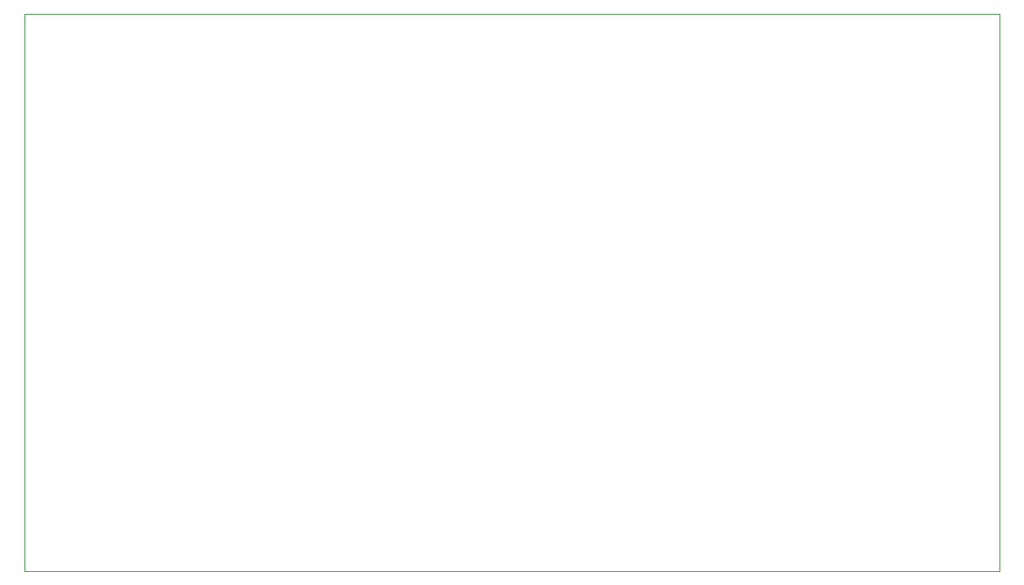
<source format=gbr>
%TF.GenerationSoftware,KiCad,Pcbnew,(6.0.1)*%
%TF.CreationDate,2022-12-05T15:43:15-08:00*%
%TF.ProjectId,MusselGapeTracker_RevF,4d757373-656c-4476-9170-65547261636b,rev?*%
%TF.SameCoordinates,Original*%
%TF.FileFunction,Profile,NP*%
%FSLAX46Y46*%
G04 Gerber Fmt 4.6, Leading zero omitted, Abs format (unit mm)*
G04 Created by KiCad (PCBNEW (6.0.1)) date 2022-12-05 15:43:15*
%MOMM*%
%LPD*%
G01*
G04 APERTURE LIST*
%TA.AperFunction,Profile*%
%ADD10C,0.050000*%
%TD*%
G04 APERTURE END LIST*
D10*
X97980500Y-133947100D02*
X199021700Y-133947100D01*
X97980500Y-76162100D02*
X97980500Y-133947100D01*
X199021700Y-133947100D02*
X199021700Y-76162100D01*
X199021700Y-76162100D02*
X97980500Y-76162100D01*
M02*

</source>
